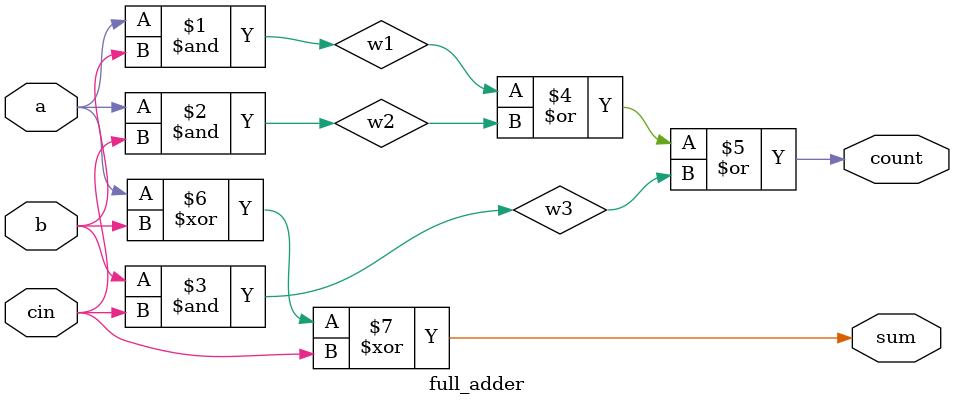
<source format=v>
module full_adder (
    input a,
    input b,
    input cin,
    output sum,
    output count
);

    wire w1, w2, w3;

    and( w1, a, b );
    and( w2, a, cin );
    and( w3, b, cin );
    or( count, w1, w2, w3 );

    xor( sum, a, b, cin );

endmodule
</source>
